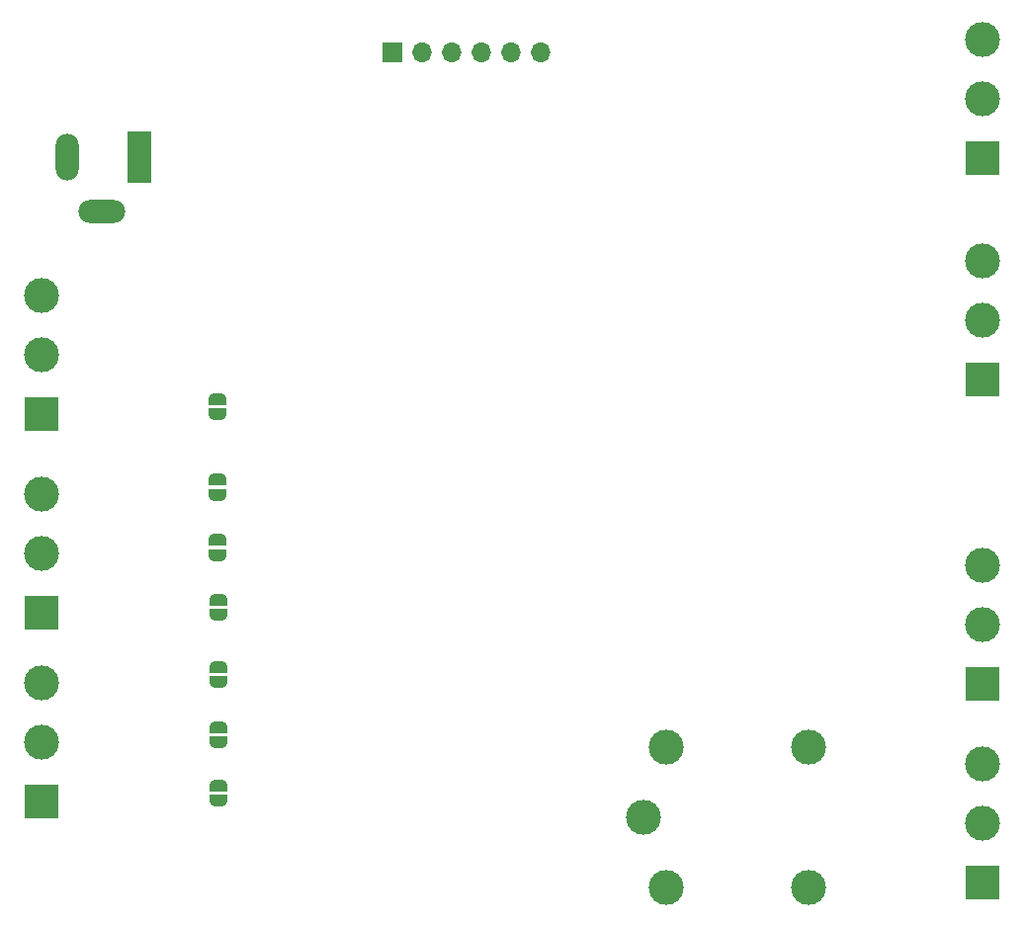
<source format=gbr>
%TF.GenerationSoftware,KiCad,Pcbnew,(6.0.9-0)*%
%TF.CreationDate,2023-01-29T21:20:06-03:00*%
%TF.ProjectId,WaterPumpControl,57617465-7250-4756-9d70-436f6e74726f,rev?*%
%TF.SameCoordinates,Original*%
%TF.FileFunction,Soldermask,Bot*%
%TF.FilePolarity,Negative*%
%FSLAX46Y46*%
G04 Gerber Fmt 4.6, Leading zero omitted, Abs format (unit mm)*
G04 Created by KiCad (PCBNEW (6.0.9-0)) date 2023-01-29 21:20:06*
%MOMM*%
%LPD*%
G01*
G04 APERTURE LIST*
G04 Aperture macros list*
%AMFreePoly0*
4,1,22,0.500000,-0.750000,0.000000,-0.750000,0.000000,-0.745033,-0.079941,-0.743568,-0.215256,-0.701293,-0.333266,-0.622738,-0.424486,-0.514219,-0.481581,-0.384460,-0.499164,-0.250000,-0.500000,-0.250000,-0.500000,0.250000,-0.499164,0.250000,-0.499963,0.256109,-0.478152,0.396186,-0.417904,0.524511,-0.324060,0.630769,-0.204165,0.706417,-0.067858,0.745374,0.000000,0.744959,0.000000,0.750000,
0.500000,0.750000,0.500000,-0.750000,0.500000,-0.750000,$1*%
%AMFreePoly1*
4,1,20,0.000000,0.744959,0.073905,0.744508,0.209726,0.703889,0.328688,0.626782,0.421226,0.519385,0.479903,0.390333,0.500000,0.250000,0.500000,-0.250000,0.499851,-0.262216,0.476331,-0.402017,0.414519,-0.529596,0.319384,-0.634700,0.198574,-0.708877,0.061801,-0.746166,0.000000,-0.745033,0.000000,-0.750000,-0.500000,-0.750000,-0.500000,0.750000,0.000000,0.750000,0.000000,0.744959,
0.000000,0.744959,$1*%
G04 Aperture macros list end*
%ADD10R,3.000000X3.000000*%
%ADD11C,3.000000*%
%ADD12R,1.700000X1.700000*%
%ADD13O,1.700000X1.700000*%
%ADD14R,2.000000X4.500000*%
%ADD15O,2.000000X4.000000*%
%ADD16O,4.000000X2.000000*%
%ADD17FreePoly0,270.000000*%
%ADD18FreePoly1,270.000000*%
G04 APERTURE END LIST*
D10*
%TO.C,J9*%
X26000000Y-89160000D03*
D11*
X26000000Y-84080000D03*
X26000000Y-79000000D03*
%TD*%
D10*
%TO.C,J4*%
X106550000Y-96085664D03*
D11*
X106550000Y-91005664D03*
X106550000Y-85925664D03*
%TD*%
D10*
%TO.C,J8*%
X106550000Y-79040000D03*
D11*
X106550000Y-73960000D03*
X106550000Y-68880000D03*
%TD*%
D12*
%TO.C,J7*%
X56000000Y-25000000D03*
D13*
X58540000Y-25000000D03*
X61080000Y-25000000D03*
X63620000Y-25000000D03*
X66160000Y-25000000D03*
X68700000Y-25000000D03*
%TD*%
D10*
%TO.C,J5*%
X106550000Y-34000000D03*
D11*
X106550000Y-28920000D03*
X106550000Y-23840000D03*
%TD*%
D10*
%TO.C,J1*%
X26000000Y-55960000D03*
D11*
X26000000Y-50880000D03*
X26000000Y-45800000D03*
%TD*%
%TO.C,K1*%
X77500000Y-90500000D03*
X91700000Y-84500000D03*
X91700000Y-96500000D03*
X79500000Y-96500000D03*
X79500000Y-84500000D03*
%TD*%
D14*
%TO.C,J3*%
X34350000Y-33900000D03*
D15*
X28150000Y-33900000D03*
D16*
X31150000Y-38600000D03*
%TD*%
D10*
%TO.C,J2*%
X26000000Y-72960000D03*
D11*
X26000000Y-67880000D03*
X26000000Y-62800000D03*
%TD*%
D10*
%TO.C,J6*%
X106550000Y-53010000D03*
D11*
X106550000Y-47930000D03*
X106550000Y-42850000D03*
%TD*%
D17*
%TO.C,JP3*%
X41000000Y-54650000D03*
D18*
X41000000Y-55950000D03*
%TD*%
D17*
%TO.C,JP6*%
X41100000Y-82780000D03*
D18*
X41100000Y-84080000D03*
%TD*%
D17*
%TO.C,JP2*%
X41100000Y-71830000D03*
D18*
X41100000Y-73130000D03*
%TD*%
D17*
%TO.C,JP7*%
X41100000Y-87780000D03*
D18*
X41100000Y-89080000D03*
%TD*%
D17*
%TO.C,JP1*%
X41000000Y-66730000D03*
D18*
X41000000Y-68030000D03*
%TD*%
D17*
%TO.C,JP5*%
X41100000Y-77630000D03*
D18*
X41100000Y-78930000D03*
%TD*%
D17*
%TO.C,JP4*%
X41000000Y-61580000D03*
D18*
X41000000Y-62880000D03*
%TD*%
M02*

</source>
